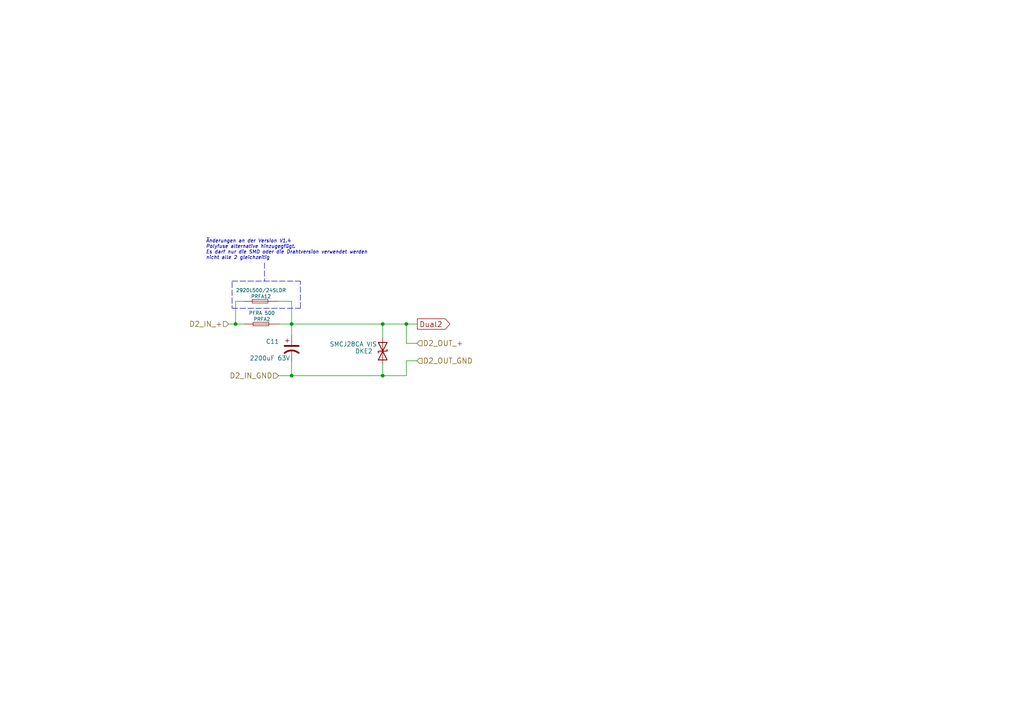
<source format=kicad_sch>
(kicad_sch (version 20201015) (generator eeschema)
  (paper "A4")
  (title_block (title "Ardumower shield SVN Version") (date "2021-01-18") (rev "1.4") (company "ML AG JL BS UZ") (comment 1 "Schaltplan und Layout UweZ"))
  (lib_symbols
    (symbol "Diode:1.5KExxCA" (pin_numbers hide) (pin_names (offset 1.016) hide)
      (property "Reference" "D" (at 0 2.54 0))
      (property "Value" "1.5KExxCA" (at 0 -2.54 0))
      (symbol "1.5KExxCA_0_1"
        (polyline (pts (xy 1.27 0) (xy -1.27 0)))
        (polyline (pts (xy -2.54 -1.27) (xy 0 0) (xy -2.54 1.27) (xy -2.54 -1.27)) (stroke (width 0.254)))
        (polyline (pts (xy 0.508 1.27) (xy 0 1.27) (xy 0 -1.27) (xy -0.508 -1.27)) (stroke (width 0.254)))
        (polyline (pts (xy 2.54 1.27) (xy 2.54 -1.27) (xy 0 0) (xy 2.54 1.27)) (stroke (width 0.254)))
      )
      (symbol "1.5KExxCA_1_1"
        (pin passive line (at -3.81 0 0) (length 2.54) (name "A1") (number "1"))
        (pin passive line (at 3.81 0 180) (length 2.54) (name "A2") (number "2"))
      )
    )
    (symbol "ardumower-mega-shield-svn-rescue:CP1-RESCUE-ardumower_mega_shield_svn" (pin_numbers hide) (pin_names (offset 0.254) hide)
      (property "Reference" "C" (at 0.635 2.54 0))
      (property "Value" "CP1-RESCUE-ardumower_mega_shield_svn" (at 0.635 -2.54 0))
      (symbol "CP1-RESCUE-ardumower_mega_shield_svn_0_1"
        (arc (start -2.032 -1.27) (end 2.032 -1.27) (radius (at 0 -3.81) (length 3.2512) (angles 128.7 51.3)) (stroke (width 0.508)))
        (polyline (pts (xy -2.032 0.762) (xy 2.032 0.762)) (stroke (width 0.508)))
        (polyline (pts (xy -1.778 2.286) (xy -0.762 2.286)))
        (polyline (pts (xy -1.27 1.778) (xy -1.27 2.794)))
      )
      (symbol "CP1-RESCUE-ardumower_mega_shield_svn_1_1"
        (pin passive line (at 0 3.81 270) (length 2.794) (name "~") (number "1"))
        (pin passive line (at 0 -3.81 90) (length 3.302) (name "~") (number "2"))
      )
    )
    (symbol "ardumower-mega-shield-svn-rescue:F_10A-RESCUE-ardumower_mega_shield_svn" (pin_numbers hide) (pin_names (offset 0.254))
      (property "Reference" "EF" (at -4.572 2.032 0))
      (property "Value" "F_10A-RESCUE-ardumower_mega_shield_svn" (at -2.54 -2.032 0))
      (symbol "F_10A-RESCUE-ardumower_mega_shield_svn_0_1"
        (polyline (pts (xy 2.032 0) (xy -2.54 0) (xy -2.54 0) (xy -2.54 0)))
        (polyline (pts (xy -2.54 0.508) (xy -2.54 -0.508) (xy 2.032 -0.508) (xy 2.032 0.508) (xy -2.54 0.508) (xy -2.54 0.508)))
      )
      (symbol "F_10A-RESCUE-ardumower_mega_shield_svn_1_1"
        (pin power_in line (at 5.08 0 180) (length 3.048) (name "~") (number "1"))
        (pin power_out line (at -5.08 0 0) (length 2.54) (name "~") (number "2"))
      )
    )
  )
  (junction (at 68.326 93.98) (diameter 0.9144))
  (junction (at 84.582 93.98) (diameter 0.9144))
  (junction (at 84.582 108.966) (diameter 0.9144))
  (junction (at 110.998 93.98) (diameter 0.9144))
  (junction (at 110.998 108.966) (diameter 0.9144))
  (junction (at 117.856 93.98) (diameter 0.9144))
  (wire (pts (xy 66.294 93.98) (xy 68.326 93.98)))
  (wire (pts (xy 68.326 87.376) (xy 68.326 93.98)))
  (wire (pts (xy 68.326 93.98) (xy 70.866 93.98)))
  (wire (pts (xy 70.612 87.376) (xy 68.326 87.376)))
  (wire (pts (xy 80.772 87.376) (xy 84.582 87.376)))
  (wire (pts (xy 80.772 108.966) (xy 84.582 108.966)))
  (wire (pts (xy 81.026 93.98) (xy 84.582 93.98)))
  (wire (pts (xy 84.582 87.376) (xy 84.582 93.98)))
  (wire (pts (xy 84.582 93.98) (xy 84.582 97.282)))
  (wire (pts (xy 84.582 93.98) (xy 110.998 93.98)))
  (wire (pts (xy 84.582 104.902) (xy 84.582 108.966)))
  (wire (pts (xy 84.582 108.966) (xy 110.998 108.966)))
  (wire (pts (xy 110.998 93.98) (xy 110.998 98.044)))
  (wire (pts (xy 110.998 93.98) (xy 117.856 93.98)))
  (wire (pts (xy 110.998 105.664) (xy 110.998 108.966)))
  (wire (pts (xy 110.998 108.966) (xy 117.856 108.966)))
  (wire (pts (xy 117.856 93.98) (xy 121.031 93.98)))
  (wire (pts (xy 117.856 99.568) (xy 117.856 93.98)))
  (wire (pts (xy 117.856 104.648) (xy 117.856 108.966)))
  (wire (pts (xy 120.904 99.568) (xy 117.856 99.568)))
  (wire (pts (xy 120.904 104.648) (xy 117.856 104.648)))
  (polyline (pts (xy 67.31 81.534) (xy 87.122 81.534)) (stroke (width 0) (type dash)))
  (polyline (pts (xy 67.31 81.788) (xy 67.31 89.408)) (stroke (width 0) (type dash)))
  (polyline (pts (xy 67.31 89.408) (xy 87.122 89.408)) (stroke (width 0) (type dash)))
  (polyline (pts (xy 76.708 76.2) (xy 76.708 81.534)) (stroke (width 0) (type dash)))
  (polyline (pts (xy 87.122 89.408) (xy 87.122 81.534)) (stroke (width 0) (type dash)))
  (text "Bernd, 14:34\nHi, habe gestern die Fragen zur Diode nicht gesehen, hier mein Feedback.\nDie 28V Diode fängt bei ca 31V an durchzuschalten. Von daher passt das da wir nicht über 30 V kommen.\nÜblicherweise soll die etwas Luft haben und nicht zu nahe an der Versorgungsspannung liegen,\nvon daher sind die üblicherweise um die 10% über der Versorgungsspannung. \nFür den Überspannungsschutz ist das egal ob die 200V Spikes dann auf 31 oder 33 V angebaut werden. \nWichtig ist dass diese may. Spannung unter der max. Spannung der zu schützenden Elektronik ist. \nVon daher hätte ich die 30V genutzt, aber die 28V tuns auch.\n" (at -0.762 -42.164 0) (effects (font (size 1 1)) (justify left bottom)))
  (text "Änderungen an der Version V1.4\nPolyfuse alternative hinzugegfügt.\nEs darf nur die SMD oder die Drahtversion verwendet werden\nnicht alle 2 gleichzeitig" (at 59.69 75.438 0) (effects (font (size 1 1) italic) (justify left bottom)))
  (global_label "Dual2" (shape output) (at 121.031 93.98 0) (property "Intersheet References" "${INTERSHEET_REFS}" (effects hide)) (effects (font (size 1.524 1.524))))
  (hierarchical_label "D2_IN_+" (shape input) (at 66.294 93.98 180) (effects (font (size 1.524 1.524))))
  (hierarchical_label "D2_IN_GND" (shape input) (at 80.772 108.966 180) (effects (font (size 1.524 1.524))))
  (hierarchical_label "D2_OUT_+" (shape input) (at 120.904 99.568 0) (effects (font (size 1.524 1.524))))
  (hierarchical_label "D2_OUT_GND" (shape input) (at 120.904 104.648 0) (effects (font (size 1.524 1.524))))
  (symbol (lib_id "ardumower-mega-shield-svn-rescue:F_10A-RESCUE-ardumower_mega_shield_svn") (at 75.692 87.376 0) (mirror x) (unit 1)
    (property "Reference" "PRFA12" (at 75.692 85.979 0) (effects (font (size 1.016 1.016))))
    (property "Value" "2920L500/24SLDR " (at 75.692 84.201 0) (effects (font (size 1.016 1.016))))
    (property "Footprint" "Fuse:Fuse_2920_7451Metric_Pad2.10x5.45mm_HandSolder" (effects hide))
    (property "Bestelllink" "https://www.mouser.de/ProductDetail/Littelfuse/2920L500-24SLDR/?qs=%2Fha2pyFadujrPVORV2ny8ShSp9F2IGH04BA1WKQYQ6Q%3D" (effects hide))
    (property "Bestellnummer" "R: PFRA 500" (effects hide))
    (property "Funktion" "PPTC PTC 24V POLYFUSE SMD 2920 SL 5.00A " (effects hide))
    (property "Reichelt-Bestellnummer" "R: PFRA 500" (effects hide))
    (property "Technische Daten" "PPTC PTC 24V POLYFUSE SMD 2920 SL 5.00A " (effects hide))
    (property "Bestücken (Assemble)" "NEIN (NO)" (effects hide))
    (property "Hersteller Nummer" "2920L500/24SLDR " (effects hide))
    (property "Mouser Nummer" "576-2920L500/24SLDR " (effects hide))
    (property "Mouser Datenblatt" "https://www.mouser.de/datasheet/2/240/littelfuse_ptc_low_rho_datasheet_pdf-1901322.pdf" (effects hide))
    (property "Gehäuseart" "2920" (effects hide))
  )
  (symbol (lib_id "ardumower-mega-shield-svn-rescue:F_10A-RESCUE-ardumower_mega_shield_svn") (at 75.946 93.98 0) (mirror x) (unit 1)
    (property "Reference" "PRFA2" (at 75.946 92.583 0) (effects (font (size 1.016 1.016))))
    (property "Value" "PFRA 500" (at 75.946 90.805 0) (effects (font (size 1.016 1.016))))
    (property "Footprint" "Zimprich:PRFA_500" (effects hide))
    (property "Datasheet" "https://cdn-reichelt.de/documents/datenblatt/C400/DS_PTC_30.pdf" (effects hide))
    (property "Bestelllink" "https://www.reichelt.de/de/en/resettable-fuses-max-40-a-30-v-14-5-s-pfra-500-p35215.html?GROUP=C48&GROUPID=7658&START=0&SORT=-rank&OFFSET=16&&r=1" (effects hide))
    (property "Technische Daten" "PFRA 500 Resettable fuses, max. 40 A, 30 V, 14.5 s" (effects hide))
    (property "Bestellnummer" "R: PFRA 500" (effects hide))
    (property "Funktion" "PFRA 500 Resettable fuses, max. 40 A, 30 V, 14.5 s" (effects hide))
    (property "Reichelt-Bestellnummer" "R: PFRA 500" (effects hide))
    (property "Bestücken (Assemble)" "NEIN (NO)" (effects hide))
  )
  (symbol (lib_id "Diode:1.5KExxCA") (at 110.998 101.854 90) (mirror x) (unit 1)
    (property "Reference" "DKE2" (at 105.518 101.854 90))
    (property "Value" "SMCJ28CA VIS" (at 102.482 99.822 90))
    (property "Footprint" "Diode_SMD:D_SMC" (effects hide))
    (property "Datasheet" "https://www.vishay.com/docs/88301/15ke.pdf" (effects hide))
    (property "Bestelllink" "https://www.reichelt.de/tvs-diode-bidirektional-28-v-1500-w-do-214ab-smc-smcj28ca-vis-p290948.html?&trstct=pos_0&nbc=1" (effects hide))
    (property "Bestellnummer" "R: SMCJ28CA VIS" (effects hide))
    (property "Bestücken (Assemble)" "JA (YES)" (effects hide))
    (property "Datasheet" "https://cdn-reichelt.de/documents/datenblatt/A400/SMCJ.pdf" (effects hide))
    (property "Funktion" "SMCJ28CA VIS TVS-Diode, bidirektional, 28 V, 1500 W, DO-214AB/SMC" (effects hide))
    (property "Gehäuseart" "DO-214AB/SMC" (effects hide))
    (property "Hersteller" "Value" (effects hide))
    (property "Hersteller Bestellnummer" "Value" (effects hide))
    (property "Reference" "DKE999" (effects hide))
    (property "Technische Daten" "SMCJ28CA VIS TVS-Diode, bidirektional, 28 V, 1500 W, DO-214AB/SMC" (effects hide))
    (property "Value" "SMCJ28CA VIS" (effects hide))
    (property "JLCPCB Basic / Extern" "1" (effects hide))
    (property "JLCPCB LCSC Part" "C10245" (effects hide))
  )
  (symbol (lib_id "ardumower-mega-shield-svn-rescue:CP1-RESCUE-ardumower_mega_shield_svn") (at 84.582 101.092 0) (unit 1)
    (property "Reference" "C11" (at 77.089 99.06 0) (effects (justify left)))
    (property "Value" "2200uF 63V" (at 72.39 103.886 0) (effects (justify left)))
    (property "Footprint" "Capacitors_ThroughHole:C_Radial_D18_L36_P7.5" (effects hide))
    (property "Bestellnummer" "Value" (effects hide))
    (property "Bestücken (Assemble)" "NEIN (NO)" (effects hide))
  )
)
</source>
